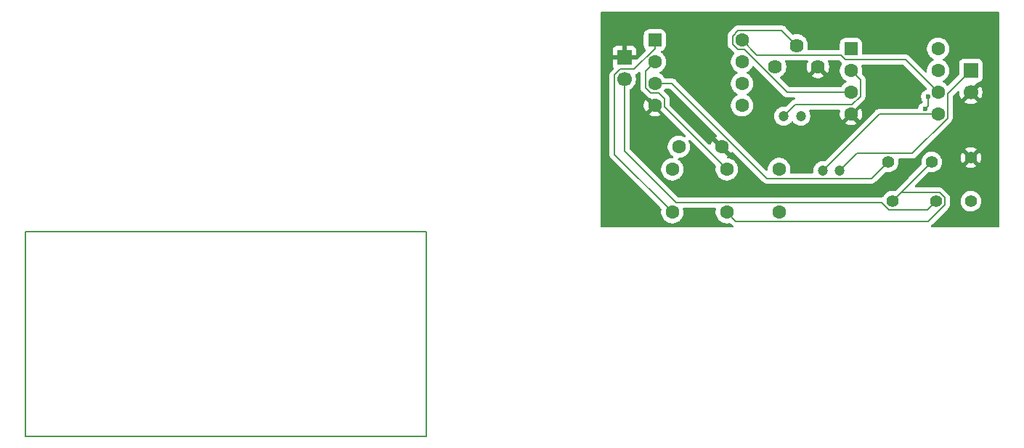
<source format=gbr>
%TF.GenerationSoftware,KiCad,Pcbnew,9.0.6*%
%TF.CreationDate,2025-12-16T12:18:39+05:30*%
%TF.ProjectId,Headphone Amplifier,48656164-7068-46f6-9e65-20416d706c69,rev?*%
%TF.SameCoordinates,Original*%
%TF.FileFunction,Copper,L2,Bot*%
%TF.FilePolarity,Positive*%
%FSLAX46Y46*%
G04 Gerber Fmt 4.6, Leading zero omitted, Abs format (unit mm)*
G04 Created by KiCad (PCBNEW 9.0.6) date 2025-12-16 12:18:39*
%MOMM*%
%LPD*%
G01*
G04 APERTURE LIST*
G04 Aperture macros list*
%AMRoundRect*
0 Rectangle with rounded corners*
0 $1 Rounding radius*
0 $2 $3 $4 $5 $6 $7 $8 $9 X,Y pos of 4 corners*
0 Add a 4 corners polygon primitive as box body*
4,1,4,$2,$3,$4,$5,$6,$7,$8,$9,$2,$3,0*
0 Add four circle primitives for the rounded corners*
1,1,$1+$1,$2,$3*
1,1,$1+$1,$4,$5*
1,1,$1+$1,$6,$7*
1,1,$1+$1,$8,$9*
0 Add four rect primitives between the rounded corners*
20,1,$1+$1,$2,$3,$4,$5,0*
20,1,$1+$1,$4,$5,$6,$7,0*
20,1,$1+$1,$6,$7,$8,$9,0*
20,1,$1+$1,$8,$9,$2,$3,0*%
G04 Aperture macros list end*
%TA.AperFunction,NonConductor*%
%ADD10C,0.200000*%
%TD*%
%TA.AperFunction,ComponentPad*%
%ADD11C,1.600000*%
%TD*%
%TA.AperFunction,ComponentPad*%
%ADD12C,1.400000*%
%TD*%
%TA.AperFunction,ComponentPad*%
%ADD13C,1.200000*%
%TD*%
%TA.AperFunction,ComponentPad*%
%ADD14RoundRect,0.250000X-0.550000X-0.550000X0.550000X-0.550000X0.550000X0.550000X-0.550000X0.550000X0*%
%TD*%
%TA.AperFunction,ComponentPad*%
%ADD15R,1.700000X1.700000*%
%TD*%
%TA.AperFunction,ComponentPad*%
%ADD16C,1.700000*%
%TD*%
%TA.AperFunction,ComponentPad*%
%ADD17C,1.620000*%
%TD*%
%TA.AperFunction,ViaPad*%
%ADD18C,0.600000*%
%TD*%
%TA.AperFunction,Conductor*%
%ADD19C,0.200000*%
%TD*%
G04 APERTURE END LIST*
D10*
X75438000Y-66294000D02*
X122174000Y-66294000D01*
X122174000Y-90170000D01*
X75438000Y-90170000D01*
X75438000Y-66294000D01*
D11*
%TO.P,C2,1*%
%TO.N,Net-(C2-Pad1)*%
X150876000Y-64018000D03*
%TO.P,C2,2*%
%TO.N,Net-(C2-Pad2)*%
X150876000Y-59018000D03*
%TD*%
%TO.P,C1,1*%
%TO.N,Net-(C1-Pad1)*%
X151638000Y-56388000D03*
%TO.P,C1,2*%
%TO.N,GND*%
X156638000Y-56388000D03*
%TD*%
%TO.P,C3,1*%
%TO.N,Net-(C1-Pad1)*%
X157226000Y-64018000D03*
%TO.P,C3,2*%
%TO.N,Net-(U1A--)*%
X157226000Y-59018000D03*
%TD*%
D12*
%TO.P,R3,1*%
%TO.N,Net-(C4-Pad2)*%
X185674000Y-62738000D03*
%TO.P,R3,2*%
%TO.N,GND*%
X185674000Y-57658000D03*
%TD*%
D13*
%TO.P,C6,1*%
%TO.N,Net-(C4-Pad1)*%
X168402000Y-59182000D03*
%TO.P,C6,2*%
%TO.N,Net-(J2-Pin_1)*%
X170402000Y-59182000D03*
%TD*%
%TO.P,C5,1*%
%TO.N,Net-(U2--)*%
X163846000Y-52832000D03*
%TO.P,C5,2*%
%TO.N,Net-(U2-BYPASS)*%
X165846000Y-52832000D03*
%TD*%
D14*
%TO.P,U1,1*%
%TO.N,Net-(C2-Pad1)*%
X148844000Y-43942000D03*
D11*
%TO.P,U1,2,-*%
%TO.N,Net-(U1A--)*%
X148844000Y-46482000D03*
%TO.P,U1,3,+*%
%TO.N,Net-(U1A-+)*%
X148844000Y-49022000D03*
%TO.P,U1,4,V-*%
%TO.N,GND*%
X148844000Y-51562000D03*
%TO.P,U1,5*%
%TO.N,N/C*%
X159004000Y-51562000D03*
%TO.P,U1,6*%
X159004000Y-49022000D03*
%TO.P,U1,7*%
X159004000Y-46482000D03*
%TO.P,U1,8,V+*%
%TO.N,+12V*%
X159004000Y-43942000D03*
%TD*%
D12*
%TO.P,R2,1*%
%TO.N,Net-(C1-Pad1)*%
X181102000Y-58166000D03*
%TO.P,R2,2*%
%TO.N,Net-(U1A-+)*%
X176022000Y-58166000D03*
%TD*%
D15*
%TO.P,J1,1,Pin_1*%
%TO.N,GND*%
X145288000Y-45969000D03*
D16*
%TO.P,J1,2,Pin_2*%
%TO.N,Net-(J1-Pin_2)*%
X145288000Y-48509000D03*
%TD*%
D17*
%TO.P,RV1,1,1*%
%TO.N,Net-(C2-Pad2)*%
X162854000Y-47070000D03*
%TO.P,RV1,2,2*%
%TO.N,Net-(U2-+)*%
X165354000Y-44570000D03*
%TO.P,RV1,3,3*%
%TO.N,GND*%
X167854000Y-47070000D03*
%TD*%
D14*
%TO.P,U2,1,GAIN*%
%TO.N,unconnected-(U2-GAIN-Pad1)*%
X171704000Y-44958000D03*
D11*
%TO.P,U2,2,-*%
%TO.N,Net-(U2--)*%
X171704000Y-47498000D03*
%TO.P,U2,3,+*%
%TO.N,Net-(U2-+)*%
X171704000Y-50038000D03*
%TO.P,U2,4,GND*%
%TO.N,GND*%
X171704000Y-52578000D03*
%TO.P,U2,5*%
%TO.N,Net-(C4-Pad1)*%
X181864000Y-52578000D03*
%TO.P,U2,6,V+*%
%TO.N,+12V*%
X181864000Y-50038000D03*
%TO.P,U2,7,BYPASS*%
%TO.N,Net-(U2-BYPASS)*%
X181864000Y-47498000D03*
%TO.P,U2,8,GAIN*%
%TO.N,unconnected-(U2-GAIN-Pad8)*%
X181864000Y-44958000D03*
%TD*%
D15*
%TO.P,J2,1,Pin_1*%
%TO.N,Net-(J2-Pin_1)*%
X185674000Y-47498000D03*
D16*
%TO.P,J2,2,Pin_2*%
%TO.N,GND*%
X185674000Y-50038000D03*
%TD*%
D12*
%TO.P,R1,1*%
%TO.N,Net-(J1-Pin_2)*%
X181610000Y-62738000D03*
%TO.P,R1,2*%
%TO.N,Net-(C1-Pad1)*%
X176530000Y-62738000D03*
%TD*%
D11*
%TO.P,C4,1*%
%TO.N,Net-(C4-Pad1)*%
X163322000Y-63978000D03*
%TO.P,C4,2*%
%TO.N,Net-(C4-Pad2)*%
X163322000Y-58978000D03*
%TD*%
D18*
%TO.N,Net-(U2-BYPASS)*%
X180664415Y-50539001D03*
X180340000Y-51978000D03*
%TD*%
D19*
%TO.N,Net-(C1-Pad1)*%
X182024628Y-61737000D02*
X182611000Y-62323372D01*
X181102000Y-58166000D02*
X176530000Y-62738000D01*
X182611000Y-62323372D02*
X182611000Y-63152628D01*
X177531000Y-61737000D02*
X182024628Y-61737000D01*
X158287000Y-65079000D02*
X157226000Y-64018000D01*
X176530000Y-62738000D02*
X177531000Y-61737000D01*
X182611000Y-63152628D02*
X180684628Y-65079000D01*
X180684628Y-65079000D02*
X158287000Y-65079000D01*
%TO.N,Net-(C2-Pad1)*%
X148844000Y-44924950D02*
X148844000Y-43942000D01*
X146410950Y-47358000D02*
X148844000Y-44924950D01*
X144137000Y-48032240D02*
X144811240Y-47358000D01*
X150876000Y-64018000D02*
X144137000Y-57279000D01*
X144137000Y-57279000D02*
X144137000Y-48032240D01*
X144811240Y-47358000D02*
X146410950Y-47358000D01*
%TO.N,Net-(U1A--)*%
X149945000Y-51737000D02*
X149945000Y-50767950D01*
X149300050Y-50123000D02*
X148387950Y-50123000D01*
X157226000Y-59018000D02*
X149945000Y-51737000D01*
X149945000Y-50767950D02*
X149300050Y-50123000D01*
X147743000Y-47583000D02*
X148844000Y-46482000D01*
X148387950Y-50123000D02*
X147743000Y-49478050D01*
X147743000Y-49478050D02*
X147743000Y-47583000D01*
%TO.N,Net-(C4-Pad1)*%
X181864000Y-52578000D02*
X175006000Y-52578000D01*
X175006000Y-52578000D02*
X168402000Y-59182000D01*
%TO.N,Net-(U2-BYPASS)*%
X180664415Y-51653585D02*
X180340000Y-51978000D01*
X180664415Y-50539001D02*
X180664415Y-51653585D01*
%TO.N,Net-(U2--)*%
X172805000Y-50494050D02*
X171822050Y-51477000D01*
X171704000Y-47498000D02*
X172805000Y-48599000D01*
X172805000Y-48599000D02*
X172805000Y-50494050D01*
X171822050Y-51477000D02*
X165201000Y-51477000D01*
X165201000Y-51477000D02*
X163846000Y-52832000D01*
%TO.N,Net-(J2-Pin_1)*%
X178834050Y-57165000D02*
X172419000Y-57165000D01*
X182965000Y-50207000D02*
X182965000Y-53034050D01*
X182965000Y-53034050D02*
X178834050Y-57165000D01*
X185674000Y-47498000D02*
X182965000Y-50207000D01*
X172419000Y-57165000D02*
X170402000Y-59182000D01*
%TO.N,Net-(J1-Pin_2)*%
X145288000Y-56872950D02*
X151292050Y-62877000D01*
X180609000Y-63739000D02*
X181610000Y-62738000D01*
X151292050Y-62877000D02*
X175253372Y-62877000D01*
X175253372Y-62877000D02*
X176115372Y-63739000D01*
X176115372Y-63739000D02*
X180609000Y-63739000D01*
X145288000Y-48509000D02*
X145288000Y-56872950D01*
%TO.N,Net-(U1A-+)*%
X150829050Y-49022000D02*
X148844000Y-49022000D01*
X174105000Y-60083000D02*
X161890050Y-60083000D01*
X176022000Y-58166000D02*
X174105000Y-60083000D01*
X161890050Y-60083000D02*
X150829050Y-49022000D01*
%TO.N,Net-(U2-+)*%
X159255808Y-45043000D02*
X164250808Y-50038000D01*
X165354000Y-44570000D02*
X163625000Y-42841000D01*
X164250808Y-50038000D02*
X171704000Y-50038000D01*
X157903000Y-44398050D02*
X158547950Y-45043000D01*
X163625000Y-42841000D02*
X158547950Y-42841000D01*
X157903000Y-43485950D02*
X157903000Y-44398050D01*
X158547950Y-42841000D02*
X157903000Y-43485950D01*
X158547950Y-45043000D02*
X159255808Y-45043000D01*
%TO.N,+12V*%
X159004000Y-43942000D02*
X160743000Y-45681000D01*
X160743000Y-45681000D02*
X170540840Y-45681000D01*
X178054000Y-46228000D02*
X181864000Y-50038000D01*
X170540840Y-45681000D02*
X171087840Y-46228000D01*
X171087840Y-46228000D02*
X178054000Y-46228000D01*
%TD*%
%TA.AperFunction,Conductor*%
%TO.N,GND*%
G36*
X188926539Y-40652185D02*
G01*
X188972294Y-40704989D01*
X188983500Y-40756500D01*
X188983500Y-65669500D01*
X188963815Y-65736539D01*
X188911011Y-65782294D01*
X188859500Y-65793500D01*
X181110852Y-65793500D01*
X181043813Y-65773815D01*
X180998058Y-65721011D01*
X180988114Y-65651853D01*
X181017139Y-65588297D01*
X181025528Y-65579523D01*
X181036159Y-65569440D01*
X181053344Y-65559520D01*
X181165148Y-65447716D01*
X181165149Y-65447713D01*
X182969506Y-63643356D01*
X182969511Y-63643352D01*
X182979714Y-63633148D01*
X182979716Y-63633148D01*
X183091520Y-63521344D01*
X183170577Y-63384412D01*
X183204320Y-63258480D01*
X183211500Y-63231686D01*
X183211500Y-63073571D01*
X183211500Y-62643513D01*
X184473500Y-62643513D01*
X184473500Y-62832486D01*
X184503059Y-63019118D01*
X184561454Y-63198836D01*
X184647240Y-63367199D01*
X184758310Y-63520073D01*
X184891927Y-63653690D01*
X185044801Y-63764760D01*
X185124347Y-63805290D01*
X185213163Y-63850545D01*
X185213165Y-63850545D01*
X185213168Y-63850547D01*
X185309497Y-63881846D01*
X185392881Y-63908940D01*
X185579514Y-63938500D01*
X185579519Y-63938500D01*
X185768486Y-63938500D01*
X185955118Y-63908940D01*
X186134832Y-63850547D01*
X186303199Y-63764760D01*
X186456073Y-63653690D01*
X186589690Y-63520073D01*
X186700760Y-63367199D01*
X186786547Y-63198832D01*
X186844940Y-63019118D01*
X186848744Y-62995102D01*
X186874500Y-62832486D01*
X186874500Y-62643513D01*
X186844940Y-62456881D01*
X186806150Y-62337500D01*
X186786547Y-62277168D01*
X186786545Y-62277165D01*
X186786545Y-62277163D01*
X186700759Y-62108800D01*
X186688253Y-62091587D01*
X186589690Y-61955927D01*
X186456073Y-61822310D01*
X186303199Y-61711240D01*
X186134836Y-61625454D01*
X185955118Y-61567059D01*
X185768486Y-61537500D01*
X185768481Y-61537500D01*
X185579519Y-61537500D01*
X185579514Y-61537500D01*
X185392881Y-61567059D01*
X185213163Y-61625454D01*
X185044800Y-61711240D01*
X184957579Y-61774610D01*
X184891927Y-61822310D01*
X184891925Y-61822312D01*
X184891924Y-61822312D01*
X184758312Y-61955924D01*
X184758312Y-61955925D01*
X184758310Y-61955927D01*
X184710610Y-62021579D01*
X184647240Y-62108800D01*
X184561454Y-62277163D01*
X184503059Y-62456881D01*
X184473500Y-62643513D01*
X183211500Y-62643513D01*
X183211500Y-62244315D01*
X183210392Y-62240181D01*
X183204999Y-62220051D01*
X183204321Y-62217520D01*
X183170577Y-62091587D01*
X183141639Y-62041467D01*
X183091520Y-61954656D01*
X182979716Y-61842852D01*
X182979715Y-61842851D01*
X182975385Y-61838521D01*
X182975374Y-61838511D01*
X182512218Y-61375355D01*
X182512216Y-61375352D01*
X182393344Y-61256480D01*
X182393342Y-61256479D01*
X182393340Y-61256478D01*
X182306532Y-61206360D01*
X182306532Y-61206359D01*
X182306528Y-61206358D01*
X182256413Y-61177423D01*
X182103685Y-61136499D01*
X181945571Y-61136499D01*
X181937975Y-61136499D01*
X181937959Y-61136500D01*
X179280097Y-61136500D01*
X179213058Y-61116815D01*
X179167303Y-61064011D01*
X179157359Y-60994853D01*
X179186384Y-60931297D01*
X179192416Y-60924819D01*
X179553716Y-60563519D01*
X180741169Y-59376064D01*
X180802490Y-59342581D01*
X180848246Y-59341274D01*
X181007514Y-59366500D01*
X181007519Y-59366500D01*
X181196486Y-59366500D01*
X181383118Y-59336940D01*
X181413753Y-59326986D01*
X181562832Y-59278547D01*
X181731199Y-59192760D01*
X181884073Y-59081690D01*
X182017690Y-58948073D01*
X182128760Y-58795199D01*
X182194650Y-58665882D01*
X185019669Y-58665882D01*
X185019670Y-58665883D01*
X185045059Y-58684329D01*
X185213362Y-58770085D01*
X185392997Y-58828451D01*
X185579553Y-58858000D01*
X185768447Y-58858000D01*
X185955002Y-58828451D01*
X186134637Y-58770085D01*
X186302937Y-58684331D01*
X186328328Y-58665883D01*
X186328328Y-58665882D01*
X185674001Y-58011554D01*
X185674000Y-58011554D01*
X185019669Y-58665882D01*
X182194650Y-58665882D01*
X182214547Y-58626832D01*
X182272940Y-58447118D01*
X182302500Y-58260486D01*
X182302500Y-58071513D01*
X182272940Y-57884881D01*
X182236516Y-57772781D01*
X182214547Y-57705168D01*
X182214545Y-57705165D01*
X182214544Y-57705160D01*
X182168596Y-57614982D01*
X182168595Y-57614981D01*
X182142390Y-57563552D01*
X184474000Y-57563552D01*
X184474000Y-57752447D01*
X184503548Y-57939002D01*
X184561914Y-58118637D01*
X184647666Y-58286933D01*
X184666116Y-58312328D01*
X185320446Y-57658000D01*
X185320446Y-57657999D01*
X185274369Y-57611922D01*
X185324000Y-57611922D01*
X185324000Y-57704078D01*
X185347852Y-57793095D01*
X185393930Y-57872905D01*
X185459095Y-57938070D01*
X185538905Y-57984148D01*
X185627922Y-58008000D01*
X185720078Y-58008000D01*
X185809095Y-57984148D01*
X185888905Y-57938070D01*
X185954070Y-57872905D01*
X186000148Y-57793095D01*
X186024000Y-57704078D01*
X186024000Y-57657999D01*
X186027554Y-57657999D01*
X186027554Y-57658000D01*
X186681882Y-58312328D01*
X186681883Y-58312328D01*
X186700331Y-58286937D01*
X186786085Y-58118637D01*
X186844451Y-57939002D01*
X186874000Y-57752447D01*
X186874000Y-57563552D01*
X186844451Y-57376997D01*
X186786085Y-57197362D01*
X186700329Y-57029059D01*
X186681883Y-57003670D01*
X186681882Y-57003669D01*
X186027554Y-57657999D01*
X186024000Y-57657999D01*
X186024000Y-57611922D01*
X186000148Y-57522905D01*
X185954070Y-57443095D01*
X185888905Y-57377930D01*
X185809095Y-57331852D01*
X185720078Y-57308000D01*
X185627922Y-57308000D01*
X185538905Y-57331852D01*
X185459095Y-57377930D01*
X185393930Y-57443095D01*
X185347852Y-57522905D01*
X185324000Y-57611922D01*
X185274369Y-57611922D01*
X184666116Y-57003669D01*
X184666116Y-57003670D01*
X184647669Y-57029060D01*
X184561914Y-57197362D01*
X184503548Y-57376997D01*
X184474000Y-57563552D01*
X182142390Y-57563552D01*
X182128760Y-57536801D01*
X182017690Y-57383927D01*
X181884073Y-57250310D01*
X181731199Y-57139240D01*
X181681508Y-57113921D01*
X181562836Y-57053454D01*
X181383118Y-56995059D01*
X181196486Y-56965500D01*
X181196481Y-56965500D01*
X181007519Y-56965500D01*
X181007514Y-56965500D01*
X180820881Y-56995059D01*
X180641163Y-57053454D01*
X180472800Y-57139240D01*
X180399729Y-57192330D01*
X180319927Y-57250310D01*
X180319925Y-57250312D01*
X180319924Y-57250312D01*
X180186312Y-57383924D01*
X180186312Y-57383925D01*
X180186310Y-57383927D01*
X180143322Y-57443095D01*
X180075240Y-57536800D01*
X179989454Y-57705163D01*
X179931059Y-57884881D01*
X179901500Y-58071513D01*
X179901500Y-58260486D01*
X179926725Y-58419751D01*
X179917770Y-58489045D01*
X179891933Y-58526830D01*
X178408798Y-60009966D01*
X177162286Y-61256478D01*
X177162284Y-61256480D01*
X177050480Y-61368284D01*
X176890829Y-61527934D01*
X176829506Y-61561418D01*
X176783750Y-61562725D01*
X176624486Y-61537500D01*
X176624481Y-61537500D01*
X176435519Y-61537500D01*
X176435514Y-61537500D01*
X176248881Y-61567059D01*
X176069163Y-61625454D01*
X175900800Y-61711240D01*
X175813579Y-61774610D01*
X175747927Y-61822310D01*
X175747925Y-61822312D01*
X175747924Y-61822312D01*
X175614312Y-61955924D01*
X175614312Y-61955925D01*
X175614310Y-61955927D01*
X175566610Y-62021579D01*
X175503240Y-62108800D01*
X175452213Y-62208948D01*
X175441726Y-62220051D01*
X175435370Y-62233938D01*
X175418225Y-62244935D01*
X175404239Y-62259744D01*
X175388520Y-62263988D01*
X175376559Y-62271661D01*
X175353522Y-62273438D01*
X175341620Y-62276653D01*
X175332975Y-62276645D01*
X175332429Y-62276499D01*
X175174315Y-62276499D01*
X175174311Y-62276500D01*
X151592147Y-62276500D01*
X151525108Y-62256815D01*
X151504466Y-62240181D01*
X145924819Y-56660534D01*
X145891334Y-56599211D01*
X145888500Y-56572853D01*
X145888500Y-49794718D01*
X145908185Y-49727679D01*
X145956207Y-49684233D01*
X145995815Y-49664052D01*
X145995815Y-49664051D01*
X145995816Y-49664051D01*
X146143013Y-49557107D01*
X146167786Y-49539109D01*
X146167788Y-49539106D01*
X146167792Y-49539104D01*
X146318104Y-49388792D01*
X146318106Y-49388788D01*
X146318109Y-49388786D01*
X146443048Y-49216820D01*
X146443047Y-49216820D01*
X146443051Y-49216816D01*
X146539557Y-49027412D01*
X146605246Y-48825243D01*
X146638500Y-48615287D01*
X146638500Y-48402713D01*
X146605246Y-48192757D01*
X146566307Y-48072918D01*
X146565383Y-48040563D01*
X146563068Y-48008267D01*
X146564391Y-48005841D01*
X146564313Y-48003079D01*
X146581030Y-47975355D01*
X146596541Y-47946937D01*
X146599265Y-47945116D01*
X146600393Y-47943246D01*
X146624791Y-47925781D01*
X146636991Y-47919116D01*
X146642735Y-47917577D01*
X146692854Y-47888639D01*
X146779666Y-47838520D01*
X146891470Y-47726716D01*
X146891471Y-47726713D01*
X146930822Y-47687361D01*
X146992144Y-47653879D01*
X147061836Y-47658865D01*
X147117768Y-47700737D01*
X147142184Y-47766202D01*
X147142500Y-47775046D01*
X147142500Y-49391380D01*
X147142499Y-49391398D01*
X147142499Y-49557104D01*
X147142498Y-49557104D01*
X147142499Y-49557107D01*
X147176489Y-49683958D01*
X147183424Y-49709837D01*
X147193032Y-49726478D01*
X147193033Y-49726480D01*
X147262477Y-49846762D01*
X147262481Y-49846767D01*
X147381349Y-49965635D01*
X147381355Y-49965640D01*
X147903089Y-50487374D01*
X147903099Y-50487385D01*
X147907429Y-50491715D01*
X147907430Y-50491716D01*
X148019234Y-50603520D01*
X148044050Y-50617847D01*
X148106045Y-50653639D01*
X148106047Y-50653641D01*
X148144101Y-50675611D01*
X148156165Y-50682577D01*
X148308893Y-50723501D01*
X148308895Y-50723501D01*
X148316953Y-50724562D01*
X148316742Y-50726158D01*
X148374731Y-50743186D01*
X148395373Y-50759820D01*
X148797554Y-51162000D01*
X148791339Y-51162000D01*
X148689606Y-51189259D01*
X148598394Y-51241920D01*
X148523920Y-51316394D01*
X148471259Y-51407606D01*
X148444000Y-51509339D01*
X148444000Y-51515553D01*
X147764524Y-50836077D01*
X147764523Y-50836077D01*
X147732143Y-50880644D01*
X147639244Y-51062968D01*
X147576009Y-51257582D01*
X147544000Y-51459682D01*
X147544000Y-51664317D01*
X147576009Y-51866417D01*
X147639244Y-52061031D01*
X147732141Y-52243350D01*
X147732147Y-52243359D01*
X147764523Y-52287921D01*
X147764524Y-52287922D01*
X148444000Y-51608446D01*
X148444000Y-51614661D01*
X148471259Y-51716394D01*
X148523920Y-51807606D01*
X148598394Y-51882080D01*
X148689606Y-51934741D01*
X148791339Y-51962000D01*
X148797553Y-51962000D01*
X148118076Y-52641474D01*
X148162650Y-52673859D01*
X148344968Y-52766755D01*
X148539582Y-52829990D01*
X148741683Y-52862000D01*
X148946317Y-52862000D01*
X149148417Y-52829990D01*
X149343031Y-52766755D01*
X149525349Y-52673859D01*
X149569921Y-52641474D01*
X148890447Y-51962000D01*
X148896661Y-51962000D01*
X148998394Y-51934741D01*
X149089606Y-51882080D01*
X149164080Y-51807606D01*
X149216741Y-51716394D01*
X149244000Y-51614661D01*
X149244000Y-51608446D01*
X149308180Y-51672626D01*
X149341665Y-51733949D01*
X149344499Y-51760307D01*
X149344499Y-51816054D01*
X149344498Y-51816054D01*
X149383604Y-51962000D01*
X149385423Y-51968785D01*
X149414082Y-52018423D01*
X149459555Y-52097185D01*
X149464479Y-52105714D01*
X149464481Y-52105717D01*
X149583349Y-52224585D01*
X149583355Y-52224590D01*
X152407978Y-55049213D01*
X152441463Y-55110536D01*
X152436479Y-55180228D01*
X152394607Y-55236161D01*
X152329143Y-55260578D01*
X152264002Y-55247379D01*
X152137223Y-55182781D01*
X151942534Y-55119522D01*
X151767995Y-55091878D01*
X151740352Y-55087500D01*
X151535648Y-55087500D01*
X151511329Y-55091351D01*
X151333465Y-55119522D01*
X151138776Y-55182781D01*
X150956386Y-55275715D01*
X150790786Y-55396028D01*
X150646028Y-55540786D01*
X150525715Y-55706386D01*
X150432781Y-55888776D01*
X150369522Y-56083465D01*
X150337500Y-56285648D01*
X150337500Y-56490352D01*
X150341878Y-56517995D01*
X150369522Y-56692534D01*
X150432781Y-56887223D01*
X150525715Y-57069613D01*
X150646028Y-57235213D01*
X150646034Y-57235219D01*
X150790781Y-57379966D01*
X150946610Y-57493182D01*
X150989276Y-57548511D01*
X150995255Y-57618125D01*
X150962650Y-57679920D01*
X150901811Y-57714277D01*
X150873725Y-57717500D01*
X150773648Y-57717500D01*
X150749329Y-57721351D01*
X150571465Y-57749522D01*
X150376776Y-57812781D01*
X150194386Y-57905715D01*
X150028786Y-58026028D01*
X149884028Y-58170786D01*
X149763715Y-58336386D01*
X149670781Y-58518776D01*
X149607522Y-58713465D01*
X149575500Y-58915648D01*
X149575500Y-59120351D01*
X149607522Y-59322534D01*
X149670781Y-59517223D01*
X149763715Y-59699613D01*
X149884028Y-59865213D01*
X150028786Y-60009971D01*
X150183749Y-60122556D01*
X150194390Y-60130287D01*
X150310607Y-60189503D01*
X150376776Y-60223218D01*
X150376778Y-60223218D01*
X150376781Y-60223220D01*
X150481137Y-60257127D01*
X150571465Y-60286477D01*
X150672557Y-60302488D01*
X150773648Y-60318500D01*
X150773649Y-60318500D01*
X150978351Y-60318500D01*
X150978352Y-60318500D01*
X151180534Y-60286477D01*
X151375219Y-60223220D01*
X151557610Y-60130287D01*
X151650590Y-60062732D01*
X151723213Y-60009971D01*
X151723215Y-60009968D01*
X151723219Y-60009966D01*
X151867966Y-59865219D01*
X151867968Y-59865215D01*
X151867971Y-59865213D01*
X151920732Y-59792590D01*
X151988287Y-59699610D01*
X152081220Y-59517219D01*
X152144477Y-59322534D01*
X152176500Y-59120352D01*
X152176500Y-58915648D01*
X152162689Y-58828451D01*
X152144477Y-58713465D01*
X152081218Y-58518776D01*
X152044706Y-58447118D01*
X151988287Y-58336390D01*
X151952355Y-58286933D01*
X151867971Y-58170786D01*
X151723219Y-58026034D01*
X151665567Y-57984148D01*
X151567389Y-57912817D01*
X151524724Y-57857489D01*
X151518745Y-57787875D01*
X151551350Y-57726080D01*
X151612189Y-57691723D01*
X151640275Y-57688500D01*
X151740351Y-57688500D01*
X151740352Y-57688500D01*
X151942534Y-57656477D01*
X152137219Y-57593220D01*
X152319610Y-57500287D01*
X152412590Y-57432732D01*
X152485213Y-57379971D01*
X152485215Y-57379968D01*
X152485219Y-57379966D01*
X152629966Y-57235219D01*
X152629968Y-57235215D01*
X152629971Y-57235213D01*
X152718093Y-57113921D01*
X152750287Y-57069610D01*
X152843220Y-56887219D01*
X152906477Y-56692534D01*
X152938500Y-56490352D01*
X152938500Y-56285648D01*
X152916856Y-56148997D01*
X152906477Y-56083465D01*
X152843218Y-55888776D01*
X152778620Y-55761997D01*
X152765724Y-55693328D01*
X152792000Y-55628587D01*
X152849106Y-55588330D01*
X152918912Y-55585338D01*
X152976786Y-55618021D01*
X155931922Y-58573157D01*
X155965407Y-58634480D01*
X155962173Y-58699155D01*
X155957522Y-58713468D01*
X155925500Y-58915648D01*
X155925500Y-59120351D01*
X155957522Y-59322534D01*
X156020781Y-59517223D01*
X156113715Y-59699613D01*
X156234028Y-59865213D01*
X156378786Y-60009971D01*
X156533749Y-60122556D01*
X156544390Y-60130287D01*
X156660607Y-60189503D01*
X156726776Y-60223218D01*
X156726778Y-60223218D01*
X156726781Y-60223220D01*
X156831137Y-60257127D01*
X156921465Y-60286477D01*
X157022557Y-60302488D01*
X157123648Y-60318500D01*
X157123649Y-60318500D01*
X157328351Y-60318500D01*
X157328352Y-60318500D01*
X157530534Y-60286477D01*
X157725219Y-60223220D01*
X157907610Y-60130287D01*
X158000590Y-60062732D01*
X158073213Y-60009971D01*
X158073215Y-60009968D01*
X158073219Y-60009966D01*
X158217966Y-59865219D01*
X158217968Y-59865215D01*
X158217971Y-59865213D01*
X158270732Y-59792590D01*
X158338287Y-59699610D01*
X158431220Y-59517219D01*
X158494477Y-59322534D01*
X158526500Y-59120352D01*
X158526500Y-58915648D01*
X158512689Y-58828451D01*
X158494477Y-58713465D01*
X158431218Y-58518776D01*
X158394706Y-58447118D01*
X158338287Y-58336390D01*
X158302355Y-58286933D01*
X158217971Y-58170786D01*
X158073213Y-58026028D01*
X157907613Y-57905715D01*
X157907612Y-57905714D01*
X157907610Y-57905713D01*
X157829106Y-57865713D01*
X157725223Y-57812781D01*
X157530534Y-57749522D01*
X157370695Y-57724206D01*
X157307560Y-57694276D01*
X157270629Y-57634965D01*
X157271627Y-57565102D01*
X157310237Y-57506870D01*
X157317207Y-57501415D01*
X157363921Y-57467474D01*
X156684446Y-56788000D01*
X156690661Y-56788000D01*
X156792394Y-56760741D01*
X156883606Y-56708080D01*
X156958080Y-56633606D01*
X157010741Y-56542394D01*
X157038000Y-56440661D01*
X157038000Y-56434446D01*
X157717474Y-57113921D01*
X157749859Y-57069349D01*
X157765975Y-57037718D01*
X157813948Y-56986921D01*
X157881768Y-56970123D01*
X157947904Y-56992658D01*
X157964143Y-57006328D01*
X161405189Y-60447374D01*
X161405199Y-60447385D01*
X161409529Y-60451715D01*
X161409530Y-60451716D01*
X161521334Y-60563520D01*
X161608145Y-60613639D01*
X161608147Y-60613641D01*
X161658263Y-60642576D01*
X161658265Y-60642577D01*
X161810992Y-60683500D01*
X161810993Y-60683500D01*
X174018331Y-60683500D01*
X174018347Y-60683501D01*
X174025943Y-60683501D01*
X174184054Y-60683501D01*
X174184057Y-60683501D01*
X174336785Y-60642577D01*
X174386904Y-60613639D01*
X174473716Y-60563520D01*
X174585520Y-60451716D01*
X174585520Y-60451714D01*
X174595728Y-60441507D01*
X174595730Y-60441504D01*
X175661169Y-59376064D01*
X175722490Y-59342581D01*
X175768246Y-59341274D01*
X175927514Y-59366500D01*
X175927519Y-59366500D01*
X176116486Y-59366500D01*
X176303118Y-59336940D01*
X176333753Y-59326986D01*
X176482832Y-59278547D01*
X176651199Y-59192760D01*
X176804073Y-59081690D01*
X176937690Y-58948073D01*
X177048760Y-58795199D01*
X177131396Y-58633014D01*
X177134545Y-58626836D01*
X177134545Y-58626835D01*
X177134547Y-58626832D01*
X177192940Y-58447118D01*
X177222500Y-58260486D01*
X177222500Y-58071513D01*
X177196744Y-57908898D01*
X177205699Y-57839605D01*
X177250695Y-57786153D01*
X177317446Y-57765513D01*
X177319217Y-57765500D01*
X178747381Y-57765500D01*
X178747397Y-57765501D01*
X178754993Y-57765501D01*
X178913104Y-57765501D01*
X178913107Y-57765501D01*
X179065835Y-57724577D01*
X179133551Y-57685481D01*
X179202766Y-57645520D01*
X179314570Y-57533716D01*
X179314570Y-57533714D01*
X179324774Y-57523511D01*
X179324777Y-57523506D01*
X180198168Y-56650116D01*
X185019669Y-56650116D01*
X185674000Y-57304446D01*
X185674001Y-57304446D01*
X186328328Y-56650116D01*
X186302933Y-56631666D01*
X186134637Y-56545914D01*
X185955002Y-56487548D01*
X185768447Y-56458000D01*
X185579553Y-56458000D01*
X185392997Y-56487548D01*
X185213362Y-56545914D01*
X185045060Y-56631669D01*
X185019670Y-56650116D01*
X185019669Y-56650116D01*
X180198168Y-56650116D01*
X183445520Y-53402766D01*
X183524577Y-53265834D01*
X183565501Y-53113107D01*
X183565501Y-52954992D01*
X183565501Y-52947397D01*
X183565500Y-52947379D01*
X183565500Y-50507096D01*
X183585185Y-50440057D01*
X183601814Y-50419420D01*
X184112320Y-49908914D01*
X184173642Y-49875430D01*
X184243334Y-49880414D01*
X184299267Y-49922286D01*
X184323684Y-49987750D01*
X184324000Y-49996596D01*
X184324000Y-50144246D01*
X184357242Y-50354127D01*
X184357242Y-50354130D01*
X184422904Y-50556217D01*
X184519375Y-50745550D01*
X184558728Y-50799716D01*
X185191037Y-50167408D01*
X185208075Y-50230993D01*
X185273901Y-50345007D01*
X185366993Y-50438099D01*
X185481007Y-50503925D01*
X185544590Y-50520962D01*
X184912282Y-51153269D01*
X184912282Y-51153270D01*
X184966449Y-51192624D01*
X185155782Y-51289095D01*
X185357870Y-51354757D01*
X185567754Y-51388000D01*
X185780246Y-51388000D01*
X185990127Y-51354757D01*
X185990130Y-51354757D01*
X186192217Y-51289095D01*
X186381554Y-51192622D01*
X186435716Y-51153270D01*
X186435717Y-51153270D01*
X185803408Y-50520962D01*
X185866993Y-50503925D01*
X185981007Y-50438099D01*
X186074099Y-50345007D01*
X186139925Y-50230993D01*
X186156962Y-50167408D01*
X186789270Y-50799717D01*
X186789270Y-50799716D01*
X186828622Y-50745554D01*
X186925095Y-50556217D01*
X186990757Y-50354130D01*
X186990757Y-50354127D01*
X187024000Y-50144246D01*
X187024000Y-49931753D01*
X186990757Y-49721872D01*
X186990757Y-49721869D01*
X186925095Y-49519782D01*
X186828624Y-49330449D01*
X186789270Y-49276282D01*
X186789269Y-49276282D01*
X186156962Y-49908590D01*
X186139925Y-49845007D01*
X186074099Y-49730993D01*
X185981007Y-49637901D01*
X185866993Y-49572075D01*
X185803408Y-49555037D01*
X186473627Y-48884818D01*
X186534950Y-48851333D01*
X186561308Y-48848499D01*
X186571871Y-48848499D01*
X186571872Y-48848499D01*
X186631483Y-48842091D01*
X186766331Y-48791796D01*
X186881546Y-48705546D01*
X186967796Y-48590331D01*
X187018091Y-48455483D01*
X187024500Y-48395873D01*
X187024499Y-46600128D01*
X187018091Y-46540517D01*
X187005227Y-46506028D01*
X186967797Y-46405671D01*
X186967793Y-46405664D01*
X186881547Y-46290455D01*
X186881544Y-46290452D01*
X186766335Y-46204206D01*
X186766328Y-46204202D01*
X186631482Y-46153908D01*
X186631483Y-46153908D01*
X186571883Y-46147501D01*
X186571881Y-46147500D01*
X186571873Y-46147500D01*
X186571864Y-46147500D01*
X184776129Y-46147500D01*
X184776123Y-46147501D01*
X184716516Y-46153908D01*
X184581671Y-46204202D01*
X184581664Y-46204206D01*
X184466455Y-46290452D01*
X184466452Y-46290455D01*
X184380206Y-46405664D01*
X184380202Y-46405671D01*
X184329908Y-46540517D01*
X184325196Y-46584351D01*
X184323501Y-46600123D01*
X184323500Y-46600135D01*
X184323500Y-47947901D01*
X184303815Y-48014940D01*
X184287181Y-48035582D01*
X183074777Y-49247985D01*
X183013454Y-49281470D01*
X182943762Y-49276486D01*
X182887829Y-49234614D01*
X182886778Y-49233189D01*
X182855971Y-49190787D01*
X182855967Y-49190782D01*
X182711213Y-49046028D01*
X182545614Y-48925715D01*
X182533707Y-48919648D01*
X182452917Y-48878483D01*
X182402123Y-48830511D01*
X182385328Y-48762690D01*
X182407865Y-48696555D01*
X182452917Y-48657516D01*
X182545610Y-48610287D01*
X182573081Y-48590328D01*
X182711213Y-48489971D01*
X182711215Y-48489968D01*
X182711219Y-48489966D01*
X182855966Y-48345219D01*
X182855968Y-48345215D01*
X182855971Y-48345213D01*
X182939470Y-48230284D01*
X182976287Y-48179610D01*
X183069220Y-47997219D01*
X183132477Y-47802534D01*
X183164500Y-47600352D01*
X183164500Y-47395648D01*
X183143006Y-47259941D01*
X183132477Y-47193465D01*
X183089464Y-47061086D01*
X183069220Y-46998781D01*
X183069218Y-46998778D01*
X183069218Y-46998776D01*
X183007414Y-46877480D01*
X182976287Y-46816390D01*
X182941468Y-46768465D01*
X182855971Y-46650786D01*
X182711213Y-46506028D01*
X182545614Y-46385715D01*
X182483348Y-46353989D01*
X182452917Y-46338483D01*
X182402123Y-46290511D01*
X182385328Y-46222690D01*
X182407865Y-46156555D01*
X182452917Y-46117516D01*
X182545610Y-46070287D01*
X182666060Y-45982776D01*
X182711213Y-45949971D01*
X182711215Y-45949968D01*
X182711219Y-45949966D01*
X182855966Y-45805219D01*
X182855968Y-45805215D01*
X182855971Y-45805213D01*
X182918607Y-45719000D01*
X182976287Y-45639610D01*
X183069220Y-45457219D01*
X183132477Y-45262534D01*
X183164500Y-45060352D01*
X183164500Y-44855648D01*
X183149637Y-44761809D01*
X183132477Y-44653465D01*
X183075174Y-44477107D01*
X183069220Y-44458781D01*
X183069218Y-44458778D01*
X183069218Y-44458776D01*
X183017865Y-44357991D01*
X182976287Y-44276390D01*
X182954593Y-44246530D01*
X182855971Y-44110786D01*
X182711213Y-43966028D01*
X182545613Y-43845715D01*
X182545612Y-43845714D01*
X182545610Y-43845713D01*
X182485898Y-43815288D01*
X182363223Y-43752781D01*
X182168534Y-43689522D01*
X181993995Y-43661878D01*
X181966352Y-43657500D01*
X181761648Y-43657500D01*
X181737329Y-43661351D01*
X181559465Y-43689522D01*
X181364776Y-43752781D01*
X181182386Y-43845715D01*
X181016786Y-43966028D01*
X180872028Y-44110786D01*
X180751715Y-44276386D01*
X180658781Y-44458776D01*
X180595522Y-44653465D01*
X180570519Y-44811331D01*
X180563500Y-44855648D01*
X180563500Y-45060352D01*
X180564916Y-45069294D01*
X180595522Y-45262534D01*
X180658781Y-45457223D01*
X180710135Y-45558009D01*
X180749252Y-45634781D01*
X180751715Y-45639613D01*
X180872028Y-45805213D01*
X181016786Y-45949971D01*
X181171749Y-46062556D01*
X181182390Y-46070287D01*
X181273840Y-46116883D01*
X181275080Y-46117515D01*
X181325876Y-46165490D01*
X181342671Y-46233311D01*
X181320134Y-46299446D01*
X181275080Y-46338485D01*
X181182386Y-46385715D01*
X181016786Y-46506028D01*
X180872028Y-46650786D01*
X180751715Y-46816386D01*
X180658781Y-46998776D01*
X180595522Y-47193465D01*
X180563500Y-47395648D01*
X180563500Y-47588902D01*
X180543815Y-47655941D01*
X180491011Y-47701696D01*
X180421853Y-47711640D01*
X180358297Y-47682615D01*
X180351819Y-47676583D01*
X178541590Y-45866355D01*
X178541588Y-45866352D01*
X178422717Y-45747481D01*
X178422716Y-45747480D01*
X178312742Y-45683987D01*
X178312741Y-45683986D01*
X178285783Y-45668422D01*
X178229881Y-45653443D01*
X178133057Y-45627499D01*
X177974943Y-45627499D01*
X177967347Y-45627499D01*
X177967331Y-45627500D01*
X173128500Y-45627500D01*
X173061461Y-45607815D01*
X173015706Y-45555011D01*
X173004500Y-45503500D01*
X173004499Y-44357998D01*
X173004498Y-44357981D01*
X172993999Y-44255203D01*
X172993998Y-44255200D01*
X172966081Y-44170952D01*
X172938814Y-44088666D01*
X172846712Y-43939344D01*
X172722656Y-43815288D01*
X172573334Y-43723186D01*
X172406797Y-43668001D01*
X172406795Y-43668000D01*
X172304010Y-43657500D01*
X171103998Y-43657500D01*
X171103981Y-43657501D01*
X171001203Y-43668000D01*
X171001200Y-43668001D01*
X170834668Y-43723185D01*
X170834663Y-43723187D01*
X170685342Y-43815289D01*
X170561289Y-43939342D01*
X170469187Y-44088663D01*
X170469186Y-44088666D01*
X170414001Y-44255203D01*
X170414001Y-44255204D01*
X170414000Y-44255204D01*
X170403500Y-44357983D01*
X170403500Y-44357991D01*
X170403500Y-44675649D01*
X170403501Y-44956500D01*
X170383817Y-45023539D01*
X170331013Y-45069294D01*
X170279501Y-45080500D01*
X166736741Y-45080500D01*
X166669702Y-45060815D01*
X166623947Y-45008011D01*
X166614003Y-44938853D01*
X166618810Y-44918181D01*
X166632231Y-44876876D01*
X166664500Y-44673138D01*
X166664500Y-44466861D01*
X166651826Y-44386842D01*
X166632231Y-44263124D01*
X166632230Y-44263120D01*
X166632230Y-44263119D01*
X166568489Y-44066945D01*
X166474839Y-43883147D01*
X166447643Y-43845715D01*
X166353593Y-43716267D01*
X166207733Y-43570407D01*
X166040852Y-43449160D01*
X165857054Y-43355510D01*
X165660879Y-43291769D01*
X165508073Y-43267567D01*
X165457139Y-43259500D01*
X165250861Y-43259500D01*
X165226355Y-43263381D01*
X165047123Y-43291768D01*
X165027214Y-43298237D01*
X164957373Y-43300229D01*
X164901220Y-43267985D01*
X164112590Y-42479355D01*
X164112588Y-42479352D01*
X163993717Y-42360481D01*
X163993716Y-42360480D01*
X163906904Y-42310360D01*
X163906904Y-42310359D01*
X163906900Y-42310358D01*
X163856785Y-42281423D01*
X163704057Y-42240499D01*
X163545943Y-42240499D01*
X163538347Y-42240499D01*
X163538331Y-42240500D01*
X158634619Y-42240500D01*
X158634603Y-42240499D01*
X158627007Y-42240499D01*
X158468893Y-42240499D01*
X158361537Y-42269265D01*
X158316160Y-42281424D01*
X158316159Y-42281425D01*
X158266046Y-42310359D01*
X158266045Y-42310360D01*
X158222639Y-42335420D01*
X158179235Y-42360479D01*
X158179232Y-42360481D01*
X157422481Y-43117232D01*
X157422479Y-43117235D01*
X157372361Y-43204044D01*
X157372359Y-43204046D01*
X157343425Y-43254159D01*
X157343424Y-43254160D01*
X157343423Y-43254165D01*
X157302499Y-43406893D01*
X157302499Y-43406895D01*
X157302499Y-43574996D01*
X157302500Y-43575009D01*
X157302500Y-44311380D01*
X157302499Y-44311398D01*
X157302499Y-44477104D01*
X157302498Y-44477104D01*
X157343423Y-44629835D01*
X157354521Y-44649057D01*
X157422477Y-44766762D01*
X157422481Y-44766767D01*
X157541349Y-44885635D01*
X157541355Y-44885640D01*
X158063513Y-45407798D01*
X158063760Y-45408046D01*
X158065665Y-45411553D01*
X158070667Y-45415672D01*
X158070677Y-45415684D01*
X158068772Y-45417270D01*
X158080498Y-45438849D01*
X158097067Y-45469192D01*
X158097057Y-45469322D01*
X158097120Y-45469437D01*
X158094569Y-45504112D01*
X158092083Y-45538884D01*
X158092003Y-45539008D01*
X158091995Y-45539119D01*
X158091560Y-45539696D01*
X158063583Y-45583230D01*
X158012036Y-45634777D01*
X158012030Y-45634784D01*
X157891715Y-45800386D01*
X157798781Y-45982776D01*
X157735522Y-46177465D01*
X157703500Y-46379648D01*
X157703500Y-46584351D01*
X157735522Y-46786534D01*
X157798781Y-46981223D01*
X157891715Y-47163613D01*
X158012028Y-47329213D01*
X158156786Y-47473971D01*
X158292909Y-47572868D01*
X158322390Y-47594287D01*
X158413840Y-47640883D01*
X158415080Y-47641515D01*
X158465876Y-47689490D01*
X158482671Y-47757311D01*
X158460134Y-47823446D01*
X158415080Y-47862485D01*
X158322386Y-47909715D01*
X158156786Y-48030028D01*
X158012028Y-48174786D01*
X157891715Y-48340386D01*
X157798781Y-48522776D01*
X157735522Y-48717465D01*
X157703500Y-48919648D01*
X157703500Y-49124351D01*
X157735522Y-49326534D01*
X157798781Y-49521223D01*
X157859001Y-49639409D01*
X157878654Y-49677981D01*
X157891715Y-49703613D01*
X158012028Y-49869213D01*
X158156786Y-50013971D01*
X158311749Y-50126556D01*
X158322390Y-50134287D01*
X158413840Y-50180883D01*
X158415080Y-50181515D01*
X158465876Y-50229490D01*
X158482671Y-50297311D01*
X158460134Y-50363446D01*
X158415080Y-50402485D01*
X158322386Y-50449715D01*
X158156786Y-50570028D01*
X158012028Y-50714786D01*
X157891715Y-50880386D01*
X157798781Y-51062776D01*
X157735522Y-51257465D01*
X157703500Y-51459648D01*
X157703500Y-51664352D01*
X157707878Y-51691995D01*
X157735522Y-51866534D01*
X157798781Y-52061223D01*
X157858283Y-52178000D01*
X157891585Y-52243359D01*
X157891715Y-52243613D01*
X158012028Y-52409213D01*
X158156786Y-52553971D01*
X158262343Y-52630661D01*
X158322390Y-52674287D01*
X158436431Y-52732394D01*
X158504776Y-52767218D01*
X158504778Y-52767218D01*
X158504781Y-52767220D01*
X158609137Y-52801127D01*
X158699465Y-52830477D01*
X158800557Y-52846488D01*
X158901648Y-52862500D01*
X158901649Y-52862500D01*
X159106351Y-52862500D01*
X159106352Y-52862500D01*
X159308534Y-52830477D01*
X159503219Y-52767220D01*
X159685610Y-52674287D01*
X159818139Y-52578000D01*
X159851213Y-52553971D01*
X159851215Y-52553968D01*
X159851219Y-52553966D01*
X159995966Y-52409219D01*
X159995968Y-52409215D01*
X159995971Y-52409213D01*
X160051782Y-52332394D01*
X160116287Y-52243610D01*
X160209220Y-52061219D01*
X160272477Y-51866534D01*
X160304500Y-51664352D01*
X160304500Y-51459648D01*
X160272477Y-51257465D01*
X160235300Y-51143048D01*
X160209220Y-51062781D01*
X160209218Y-51062778D01*
X160209218Y-51062776D01*
X160164274Y-50974570D01*
X160116287Y-50880390D01*
X160099300Y-50857009D01*
X159995971Y-50714786D01*
X159851213Y-50570028D01*
X159685614Y-50449715D01*
X159662816Y-50438099D01*
X159592917Y-50402483D01*
X159542123Y-50354511D01*
X159525328Y-50286690D01*
X159547865Y-50220555D01*
X159592917Y-50181516D01*
X159685610Y-50134287D01*
X159818139Y-50038000D01*
X159851213Y-50013971D01*
X159851215Y-50013968D01*
X159851219Y-50013966D01*
X159995966Y-49869219D01*
X159995968Y-49869215D01*
X159995971Y-49869213D01*
X160068587Y-49769264D01*
X160116287Y-49703610D01*
X160209220Y-49521219D01*
X160272477Y-49326534D01*
X160304500Y-49124352D01*
X160304500Y-48919648D01*
X160289699Y-48826198D01*
X160272477Y-48717465D01*
X160237651Y-48610284D01*
X160209220Y-48522781D01*
X160209218Y-48522778D01*
X160209218Y-48522776D01*
X160174929Y-48455482D01*
X160116287Y-48340390D01*
X160108556Y-48329749D01*
X159995971Y-48174786D01*
X159851213Y-48030028D01*
X159685614Y-47909715D01*
X159644250Y-47888639D01*
X159592917Y-47862483D01*
X159542123Y-47814511D01*
X159525328Y-47746690D01*
X159547865Y-47680555D01*
X159592917Y-47641516D01*
X159685610Y-47594287D01*
X159744202Y-47551718D01*
X159851213Y-47473971D01*
X159851215Y-47473968D01*
X159851219Y-47473966D01*
X159995966Y-47329219D01*
X159995968Y-47329215D01*
X159995971Y-47329213D01*
X160080298Y-47213144D01*
X160116287Y-47163610D01*
X160177498Y-47043474D01*
X160225471Y-46992681D01*
X160293292Y-46975885D01*
X160359427Y-46998422D01*
X160375662Y-47012089D01*
X163882092Y-50518520D01*
X163882094Y-50518521D01*
X163882098Y-50518524D01*
X163976640Y-50573107D01*
X164019024Y-50597577D01*
X164171751Y-50638501D01*
X164171753Y-50638501D01*
X164337462Y-50638501D01*
X164337478Y-50638500D01*
X165068296Y-50638500D01*
X165135335Y-50658185D01*
X165181090Y-50710989D01*
X165191034Y-50780147D01*
X165162009Y-50843703D01*
X165103231Y-50881477D01*
X165100390Y-50882275D01*
X164969214Y-50917423D01*
X164969209Y-50917426D01*
X164832290Y-50996475D01*
X164832282Y-50996481D01*
X164720478Y-51108286D01*
X164119427Y-51709336D01*
X164058104Y-51742821D01*
X164012349Y-51744128D01*
X163932617Y-51731500D01*
X163932611Y-51731500D01*
X163759389Y-51731500D01*
X163743927Y-51733949D01*
X163588302Y-51758597D01*
X163423552Y-51812128D01*
X163269211Y-51890768D01*
X163189256Y-51948859D01*
X163129072Y-51992586D01*
X163129070Y-51992588D01*
X163129069Y-51992588D01*
X163006588Y-52115069D01*
X163006588Y-52115070D01*
X163006586Y-52115072D01*
X162999820Y-52124385D01*
X162904768Y-52255211D01*
X162826128Y-52409552D01*
X162772597Y-52574302D01*
X162756829Y-52673859D01*
X162745500Y-52745389D01*
X162745500Y-52918611D01*
X162772598Y-53089701D01*
X162826127Y-53254445D01*
X162904768Y-53408788D01*
X163006586Y-53548928D01*
X163129072Y-53671414D01*
X163269212Y-53773232D01*
X163423555Y-53851873D01*
X163588299Y-53905402D01*
X163759389Y-53932500D01*
X163759390Y-53932500D01*
X163932610Y-53932500D01*
X163932611Y-53932500D01*
X164103701Y-53905402D01*
X164268445Y-53851873D01*
X164422788Y-53773232D01*
X164562928Y-53671414D01*
X164685414Y-53548928D01*
X164745682Y-53465975D01*
X164801012Y-53423311D01*
X164870626Y-53417332D01*
X164932421Y-53449938D01*
X164946315Y-53465973D01*
X165006586Y-53548928D01*
X165129072Y-53671414D01*
X165269212Y-53773232D01*
X165423555Y-53851873D01*
X165588299Y-53905402D01*
X165759389Y-53932500D01*
X165759390Y-53932500D01*
X165932610Y-53932500D01*
X165932611Y-53932500D01*
X166103701Y-53905402D01*
X166268445Y-53851873D01*
X166422788Y-53773232D01*
X166562928Y-53671414D01*
X166685414Y-53548928D01*
X166787232Y-53408788D01*
X166865873Y-53254445D01*
X166919402Y-53089701D01*
X166946500Y-52918611D01*
X166946500Y-52745389D01*
X166919402Y-52574299D01*
X166865873Y-52409555D01*
X166788547Y-52257794D01*
X166775652Y-52189125D01*
X166801929Y-52124385D01*
X166859035Y-52084128D01*
X166899033Y-52077500D01*
X170329049Y-52077500D01*
X170396088Y-52097185D01*
X170441843Y-52149989D01*
X170451787Y-52219147D01*
X170446980Y-52239817D01*
X170436011Y-52273574D01*
X170436010Y-52273581D01*
X170404000Y-52475682D01*
X170404000Y-52680317D01*
X170436009Y-52882417D01*
X170499244Y-53077031D01*
X170592141Y-53259350D01*
X170592147Y-53259359D01*
X170624523Y-53303921D01*
X170624524Y-53303922D01*
X171304000Y-52624446D01*
X171304000Y-52630661D01*
X171331259Y-52732394D01*
X171383920Y-52823606D01*
X171458394Y-52898080D01*
X171549606Y-52950741D01*
X171651339Y-52978000D01*
X171657553Y-52978000D01*
X170978076Y-53657474D01*
X171022650Y-53689859D01*
X171204968Y-53782755D01*
X171399582Y-53845990D01*
X171601683Y-53878000D01*
X171806317Y-53878000D01*
X172008417Y-53845990D01*
X172203031Y-53782755D01*
X172385349Y-53689859D01*
X172429921Y-53657474D01*
X171750447Y-52978000D01*
X171756661Y-52978000D01*
X171858394Y-52950741D01*
X171949606Y-52898080D01*
X172024080Y-52823606D01*
X172076741Y-52732394D01*
X172104000Y-52630661D01*
X172104000Y-52624447D01*
X172783474Y-53303921D01*
X172815859Y-53259349D01*
X172908755Y-53077031D01*
X172971990Y-52882417D01*
X173004000Y-52680317D01*
X173004000Y-52475682D01*
X172971990Y-52273582D01*
X172908755Y-52078968D01*
X172815859Y-51896650D01*
X172783474Y-51852077D01*
X172783474Y-51852076D01*
X172104000Y-52531551D01*
X172104000Y-52525339D01*
X172076741Y-52423606D01*
X172024080Y-52332394D01*
X171949606Y-52257920D01*
X171858394Y-52205259D01*
X171756661Y-52178000D01*
X171750446Y-52178000D01*
X171814626Y-52113820D01*
X171875949Y-52080335D01*
X171895752Y-52078205D01*
X171901104Y-52077501D01*
X171901107Y-52077501D01*
X172053835Y-52036577D01*
X172137025Y-51988547D01*
X172190766Y-51957520D01*
X172302570Y-51845716D01*
X172302570Y-51845714D01*
X172312774Y-51835511D01*
X172312778Y-51835506D01*
X173163506Y-50984778D01*
X173163511Y-50984774D01*
X173173714Y-50974570D01*
X173173716Y-50974570D01*
X173285520Y-50862766D01*
X173342550Y-50763987D01*
X173364577Y-50725835D01*
X173405500Y-50573108D01*
X173405500Y-50414993D01*
X173405500Y-48519943D01*
X173376164Y-48410459D01*
X173364577Y-48367215D01*
X173316814Y-48284488D01*
X173285520Y-48230284D01*
X173173716Y-48118480D01*
X173173715Y-48118479D01*
X173169385Y-48114149D01*
X173169374Y-48114139D01*
X172998077Y-47942842D01*
X172964592Y-47881519D01*
X172967828Y-47816841D01*
X172968585Y-47814511D01*
X172972477Y-47802534D01*
X173004500Y-47600352D01*
X173004500Y-47395648D01*
X172983006Y-47259941D01*
X172972477Y-47193465D01*
X172929464Y-47061086D01*
X172909220Y-46998781D01*
X172909218Y-46998777D01*
X172907714Y-46994148D01*
X172909035Y-46993718D01*
X172902236Y-46930486D01*
X172933509Y-46868006D01*
X172993597Y-46832352D01*
X173024266Y-46828500D01*
X177753903Y-46828500D01*
X177820942Y-46848185D01*
X177841584Y-46864819D01*
X180529707Y-49552943D01*
X180563192Y-49614266D01*
X180558208Y-49683958D01*
X180516336Y-49739891D01*
X180466220Y-49762241D01*
X180430921Y-49769263D01*
X180430913Y-49769265D01*
X180285242Y-49829603D01*
X180285229Y-49829610D01*
X180154126Y-49917211D01*
X180154122Y-49917214D01*
X180042628Y-50028708D01*
X180042625Y-50028712D01*
X179955024Y-50159815D01*
X179955017Y-50159828D01*
X179894679Y-50305499D01*
X179894676Y-50305511D01*
X179863915Y-50460154D01*
X179863915Y-50617847D01*
X179894676Y-50772490D01*
X179894679Y-50772502D01*
X179955017Y-50918173D01*
X179955024Y-50918186D01*
X180043017Y-51049875D01*
X180048667Y-51067921D01*
X180058892Y-51083831D01*
X180063343Y-51114790D01*
X180063895Y-51116552D01*
X180063915Y-51118766D01*
X180063915Y-51143048D01*
X180044230Y-51210087D01*
X179991426Y-51255842D01*
X179987370Y-51257608D01*
X179960826Y-51268603D01*
X179960814Y-51268609D01*
X179829711Y-51356210D01*
X179829707Y-51356213D01*
X179718213Y-51467707D01*
X179718210Y-51467711D01*
X179630609Y-51598814D01*
X179630602Y-51598827D01*
X179570264Y-51744498D01*
X179570261Y-51744508D01*
X179543769Y-51877692D01*
X179511384Y-51939603D01*
X179450668Y-51974177D01*
X179422152Y-51977500D01*
X174926940Y-51977500D01*
X174886019Y-51988464D01*
X174886019Y-51988465D01*
X174848751Y-51998451D01*
X174774214Y-52018423D01*
X174774209Y-52018426D01*
X174637290Y-52097475D01*
X174637282Y-52097481D01*
X174525478Y-52209286D01*
X168675427Y-58059336D01*
X168614104Y-58092821D01*
X168568349Y-58094128D01*
X168488617Y-58081500D01*
X168488611Y-58081500D01*
X168315389Y-58081500D01*
X168275728Y-58087781D01*
X168144302Y-58108597D01*
X167979552Y-58162128D01*
X167825211Y-58240768D01*
X167761666Y-58286937D01*
X167685072Y-58342586D01*
X167685070Y-58342588D01*
X167685069Y-58342588D01*
X167562588Y-58465069D01*
X167562588Y-58465070D01*
X167562586Y-58465072D01*
X167552626Y-58478781D01*
X167460768Y-58605211D01*
X167382128Y-58759552D01*
X167328597Y-58924302D01*
X167314129Y-59015652D01*
X167301500Y-59095389D01*
X167301500Y-59268611D01*
X167312322Y-59336940D01*
X167312665Y-59339102D01*
X167303711Y-59408395D01*
X167258714Y-59461847D01*
X167191963Y-59482487D01*
X167190192Y-59482500D01*
X164696176Y-59482500D01*
X164629137Y-59462815D01*
X164583382Y-59410011D01*
X164573438Y-59340853D01*
X164578245Y-59320182D01*
X164590476Y-59282538D01*
X164590476Y-59282537D01*
X164590477Y-59282534D01*
X164622500Y-59080352D01*
X164622500Y-58875648D01*
X164596813Y-58713468D01*
X164590477Y-58673465D01*
X164527218Y-58478776D01*
X164457826Y-58342588D01*
X164434287Y-58296390D01*
X164426556Y-58285749D01*
X164313971Y-58130786D01*
X164169213Y-57986028D01*
X164003613Y-57865715D01*
X164003612Y-57865714D01*
X164003610Y-57865713D01*
X163946653Y-57836691D01*
X163821223Y-57772781D01*
X163626534Y-57709522D01*
X163439631Y-57679920D01*
X163424352Y-57677500D01*
X163219648Y-57677500D01*
X163204369Y-57679920D01*
X163017465Y-57709522D01*
X162822776Y-57772781D01*
X162640386Y-57865715D01*
X162474786Y-57986028D01*
X162330028Y-58130786D01*
X162209715Y-58296386D01*
X162116781Y-58478776D01*
X162053522Y-58673465D01*
X162021500Y-58875648D01*
X162021500Y-59065853D01*
X162001815Y-59132892D01*
X161949011Y-59178647D01*
X161879853Y-59188591D01*
X161816297Y-59159566D01*
X161809819Y-59153534D01*
X151316640Y-48660355D01*
X151316638Y-48660352D01*
X151197767Y-48541481D01*
X151197766Y-48541480D01*
X151108540Y-48489966D01*
X151108539Y-48489965D01*
X151060833Y-48462422D01*
X151004931Y-48447443D01*
X150908107Y-48421499D01*
X150749993Y-48421499D01*
X150742397Y-48421499D01*
X150742381Y-48421500D01*
X150073602Y-48421500D01*
X150006563Y-48401815D01*
X149963117Y-48353795D01*
X149956287Y-48340390D01*
X149956285Y-48340387D01*
X149956284Y-48340385D01*
X149835971Y-48174786D01*
X149691213Y-48030028D01*
X149525614Y-47909715D01*
X149484250Y-47888639D01*
X149432917Y-47862483D01*
X149382123Y-47814511D01*
X149365328Y-47746690D01*
X149387865Y-47680555D01*
X149432917Y-47641516D01*
X149525610Y-47594287D01*
X149584202Y-47551718D01*
X149691213Y-47473971D01*
X149691215Y-47473968D01*
X149691219Y-47473966D01*
X149835966Y-47329219D01*
X149835968Y-47329215D01*
X149835971Y-47329213D01*
X149898103Y-47243694D01*
X149956287Y-47163610D01*
X150049220Y-46981219D01*
X150112477Y-46786534D01*
X150144500Y-46584352D01*
X150144500Y-46379648D01*
X150134707Y-46317819D01*
X150112477Y-46177465D01*
X150049218Y-45982776D01*
X150008658Y-45903174D01*
X149956287Y-45800390D01*
X149917846Y-45747480D01*
X149835971Y-45634786D01*
X149691219Y-45490034D01*
X149646058Y-45457223D01*
X149597547Y-45421978D01*
X149554882Y-45366649D01*
X149548903Y-45297036D01*
X149581508Y-45235240D01*
X149631426Y-45203955D01*
X149713334Y-45176814D01*
X149862656Y-45084712D01*
X149986712Y-44960656D01*
X150078814Y-44811334D01*
X150133999Y-44644797D01*
X150144500Y-44542009D01*
X150144499Y-43341992D01*
X150133999Y-43239203D01*
X150078814Y-43072666D01*
X149986712Y-42923344D01*
X149862656Y-42799288D01*
X149713334Y-42707186D01*
X149546797Y-42652001D01*
X149546795Y-42652000D01*
X149444010Y-42641500D01*
X148243998Y-42641500D01*
X148243981Y-42641501D01*
X148141203Y-42652000D01*
X148141200Y-42652001D01*
X147974668Y-42707185D01*
X147974663Y-42707187D01*
X147825342Y-42799289D01*
X147701289Y-42923342D01*
X147609187Y-43072663D01*
X147609185Y-43072668D01*
X147594417Y-43117235D01*
X147554001Y-43239203D01*
X147554001Y-43239204D01*
X147554000Y-43239204D01*
X147543500Y-43341983D01*
X147543500Y-44542001D01*
X147543501Y-44542018D01*
X147554000Y-44644796D01*
X147554001Y-44644799D01*
X147594418Y-44766767D01*
X147609186Y-44811334D01*
X147675089Y-44918181D01*
X147701289Y-44960657D01*
X147742492Y-45001860D01*
X147775977Y-45063183D01*
X147770993Y-45132875D01*
X147742492Y-45177222D01*
X146737033Y-46182681D01*
X146675710Y-46216166D01*
X146649352Y-46219000D01*
X145721012Y-46219000D01*
X145753925Y-46161993D01*
X145788000Y-46034826D01*
X145788000Y-45903174D01*
X145753925Y-45776007D01*
X145721012Y-45719000D01*
X146638000Y-45719000D01*
X146638000Y-45071172D01*
X146637999Y-45071155D01*
X146631598Y-45011627D01*
X146631596Y-45011620D01*
X146581354Y-44876913D01*
X146581350Y-44876906D01*
X146495190Y-44761812D01*
X146495187Y-44761809D01*
X146380093Y-44675649D01*
X146380086Y-44675645D01*
X146245379Y-44625403D01*
X146245372Y-44625401D01*
X146185844Y-44619000D01*
X145538000Y-44619000D01*
X145538000Y-45535988D01*
X145480993Y-45503075D01*
X145353826Y-45469000D01*
X145222174Y-45469000D01*
X145095007Y-45503075D01*
X145038000Y-45535988D01*
X145038000Y-44619000D01*
X144390155Y-44619000D01*
X144330627Y-44625401D01*
X144330620Y-44625403D01*
X144195913Y-44675645D01*
X144195906Y-44675649D01*
X144080812Y-44761809D01*
X144080809Y-44761812D01*
X143994649Y-44876906D01*
X143994645Y-44876913D01*
X143944403Y-45011620D01*
X143944401Y-45011627D01*
X143938000Y-45071155D01*
X143938000Y-45719000D01*
X144854988Y-45719000D01*
X144822075Y-45776007D01*
X144788000Y-45903174D01*
X144788000Y-46034826D01*
X144822075Y-46161993D01*
X144854988Y-46219000D01*
X143938000Y-46219000D01*
X143938000Y-46866844D01*
X143944401Y-46926372D01*
X143944403Y-46926379D01*
X143994645Y-47061086D01*
X143994647Y-47061089D01*
X144043392Y-47126204D01*
X144067809Y-47191668D01*
X144052957Y-47259941D01*
X144031807Y-47288196D01*
X143943245Y-47376759D01*
X143768286Y-47551718D01*
X143656481Y-47663522D01*
X143656480Y-47663524D01*
X143618225Y-47729784D01*
X143577423Y-47800455D01*
X143536499Y-47953183D01*
X143536499Y-47953185D01*
X143536499Y-48121286D01*
X143536500Y-48121299D01*
X143536500Y-57192330D01*
X143536499Y-57192348D01*
X143536499Y-57358054D01*
X143536498Y-57358054D01*
X143542371Y-57379971D01*
X143577423Y-57510785D01*
X143592444Y-57536801D01*
X143625016Y-57593218D01*
X143656479Y-57647715D01*
X143775349Y-57766585D01*
X143775355Y-57766590D01*
X149581922Y-63573157D01*
X149615407Y-63634480D01*
X149612173Y-63699155D01*
X149607522Y-63713468D01*
X149575500Y-63915648D01*
X149575500Y-64120351D01*
X149607522Y-64322534D01*
X149670781Y-64517223D01*
X149763715Y-64699613D01*
X149884028Y-64865213D01*
X150028786Y-65009971D01*
X150183749Y-65122556D01*
X150194390Y-65130287D01*
X150310607Y-65189503D01*
X150376776Y-65223218D01*
X150376778Y-65223218D01*
X150376781Y-65223220D01*
X150481137Y-65257127D01*
X150571465Y-65286477D01*
X150672557Y-65302488D01*
X150773648Y-65318500D01*
X150773649Y-65318500D01*
X150978351Y-65318500D01*
X150978352Y-65318500D01*
X151180534Y-65286477D01*
X151375219Y-65223220D01*
X151557610Y-65130287D01*
X151650590Y-65062732D01*
X151723213Y-65009971D01*
X151723215Y-65009968D01*
X151723219Y-65009966D01*
X151867966Y-64865219D01*
X151867968Y-64865215D01*
X151867971Y-64865213D01*
X151920732Y-64792590D01*
X151988287Y-64699610D01*
X152081220Y-64517219D01*
X152144477Y-64322534D01*
X152176500Y-64120352D01*
X152176500Y-63915648D01*
X152144477Y-63713466D01*
X152144476Y-63713462D01*
X152144476Y-63713461D01*
X152120548Y-63639818D01*
X152118553Y-63569977D01*
X152154633Y-63510144D01*
X152217334Y-63479316D01*
X152238479Y-63477500D01*
X155863521Y-63477500D01*
X155930560Y-63497185D01*
X155976315Y-63549989D01*
X155986259Y-63619147D01*
X155981452Y-63639818D01*
X155957523Y-63713461D01*
X155957523Y-63713464D01*
X155925500Y-63915648D01*
X155925500Y-64120351D01*
X155957522Y-64322534D01*
X156020781Y-64517223D01*
X156113715Y-64699613D01*
X156234028Y-64865213D01*
X156378786Y-65009971D01*
X156533749Y-65122556D01*
X156544390Y-65130287D01*
X156660607Y-65189503D01*
X156726776Y-65223218D01*
X156726778Y-65223218D01*
X156726781Y-65223220D01*
X156831137Y-65257127D01*
X156921465Y-65286477D01*
X157022557Y-65302488D01*
X157123648Y-65318500D01*
X157123649Y-65318500D01*
X157328351Y-65318500D01*
X157328352Y-65318500D01*
X157530534Y-65286477D01*
X157544842Y-65281827D01*
X157614679Y-65279831D01*
X157670841Y-65312077D01*
X157918284Y-65559520D01*
X157918285Y-65559521D01*
X157918287Y-65559522D01*
X157922773Y-65562112D01*
X157970990Y-65612678D01*
X157984214Y-65681285D01*
X157958247Y-65746150D01*
X157901333Y-65786679D01*
X157860775Y-65793500D01*
X142610500Y-65793500D01*
X142543461Y-65773815D01*
X142497706Y-65721011D01*
X142486500Y-65669500D01*
X142486500Y-41023706D01*
X142486524Y-41021276D01*
X142491641Y-40760258D01*
X142512636Y-40693621D01*
X142566326Y-40648910D01*
X142614273Y-40638699D01*
X143187102Y-40632506D01*
X143188442Y-40632500D01*
X188859500Y-40632500D01*
X188926539Y-40652185D01*
G37*
%TD.AperFunction*%
%TA.AperFunction,Conductor*%
G36*
X150595992Y-49642185D02*
G01*
X150616634Y-49658819D01*
X156019671Y-55061856D01*
X156053156Y-55123179D01*
X156048172Y-55192871D01*
X156006300Y-55248804D01*
X155988286Y-55260021D01*
X155956648Y-55276141D01*
X155956645Y-55276143D01*
X155912077Y-55308523D01*
X155912077Y-55308524D01*
X156591554Y-55988000D01*
X156585339Y-55988000D01*
X156483606Y-56015259D01*
X156392394Y-56067920D01*
X156317920Y-56142394D01*
X156265259Y-56233606D01*
X156238000Y-56335339D01*
X156238000Y-56341553D01*
X155558524Y-55662077D01*
X155558523Y-55662077D01*
X155526143Y-55706644D01*
X155433244Y-55888970D01*
X155376333Y-56064123D01*
X155336895Y-56121799D01*
X155272537Y-56148997D01*
X155203690Y-56137082D01*
X155170721Y-56113486D01*
X150581819Y-51524584D01*
X150548334Y-51463261D01*
X150545500Y-51436903D01*
X150545500Y-50857009D01*
X150545501Y-50856996D01*
X150545501Y-50688895D01*
X150545501Y-50688893D01*
X150504577Y-50536165D01*
X150463228Y-50464547D01*
X150425520Y-50399234D01*
X150313716Y-50287430D01*
X150313715Y-50287429D01*
X150309385Y-50283099D01*
X150309374Y-50283089D01*
X149935906Y-49909621D01*
X149920795Y-49881947D01*
X149904124Y-49855176D01*
X149904176Y-49851512D01*
X149902421Y-49848298D01*
X149904670Y-49816842D01*
X149905120Y-49785314D01*
X149907226Y-49781106D01*
X149907405Y-49778606D01*
X149920237Y-49753421D01*
X149921698Y-49751216D01*
X149956287Y-49703610D01*
X149966336Y-49683886D01*
X149970252Y-49677981D01*
X149991772Y-49659863D01*
X150011091Y-49639409D01*
X150018426Y-49637424D01*
X150023703Y-49632983D01*
X150045047Y-49630224D01*
X150073602Y-49622500D01*
X150528953Y-49622500D01*
X150595992Y-49642185D01*
G37*
%TD.AperFunction*%
%TA.AperFunction,Conductor*%
G36*
X166650202Y-46301185D02*
G01*
X166695957Y-46353989D01*
X166705901Y-46423147D01*
X166693648Y-46461795D01*
X166639976Y-46567131D01*
X166576256Y-46763240D01*
X166544000Y-46966895D01*
X166544000Y-47173104D01*
X166576256Y-47376759D01*
X166639976Y-47572868D01*
X166733587Y-47756590D01*
X166767365Y-47803080D01*
X166767365Y-47803081D01*
X167411861Y-47158584D01*
X167434667Y-47243694D01*
X167493910Y-47346306D01*
X167577694Y-47430090D01*
X167680306Y-47489333D01*
X167765414Y-47512137D01*
X167120917Y-48156633D01*
X167120918Y-48156634D01*
X167167404Y-48190408D01*
X167167417Y-48190416D01*
X167351131Y-48284023D01*
X167547240Y-48347743D01*
X167750896Y-48380000D01*
X167957104Y-48380000D01*
X168160759Y-48347743D01*
X168356868Y-48284023D01*
X168540590Y-48190412D01*
X168587080Y-48156634D01*
X168587080Y-48156633D01*
X167942585Y-47512138D01*
X168027694Y-47489333D01*
X168130306Y-47430090D01*
X168214090Y-47346306D01*
X168273333Y-47243694D01*
X168296138Y-47158585D01*
X168940633Y-47803080D01*
X168940634Y-47803080D01*
X168974412Y-47756590D01*
X169068023Y-47572868D01*
X169131743Y-47376759D01*
X169164000Y-47173104D01*
X169164000Y-46966895D01*
X169131743Y-46763240D01*
X169068023Y-46567131D01*
X169014352Y-46461795D01*
X169001456Y-46393126D01*
X169027732Y-46328385D01*
X169084839Y-46288128D01*
X169124837Y-46281500D01*
X170240743Y-46281500D01*
X170307782Y-46301185D01*
X170328424Y-46317819D01*
X170602986Y-46592381D01*
X170615840Y-46605237D01*
X170633024Y-46636712D01*
X170649318Y-46666553D01*
X170649317Y-46666557D01*
X170649320Y-46666562D01*
X170647121Y-46697268D01*
X170644334Y-46736245D01*
X170644330Y-46736252D01*
X170644330Y-46736254D01*
X170644327Y-46736257D01*
X170628472Y-46765794D01*
X170591712Y-46816391D01*
X170498781Y-46998776D01*
X170435522Y-47193465D01*
X170403500Y-47395648D01*
X170403500Y-47600351D01*
X170435522Y-47802534D01*
X170498781Y-47997223D01*
X170556906Y-48111297D01*
X170589252Y-48174781D01*
X170591715Y-48179613D01*
X170712028Y-48345213D01*
X170856786Y-48489971D01*
X170994928Y-48590335D01*
X171022390Y-48610287D01*
X171106776Y-48653284D01*
X171115080Y-48657515D01*
X171165876Y-48705490D01*
X171182671Y-48773311D01*
X171160134Y-48839446D01*
X171115080Y-48878485D01*
X171022386Y-48925715D01*
X170856786Y-49046028D01*
X170712028Y-49190786D01*
X170591715Y-49356385D01*
X170584883Y-49369795D01*
X170536909Y-49420591D01*
X170474398Y-49437500D01*
X164550906Y-49437500D01*
X164483867Y-49417815D01*
X164463225Y-49401181D01*
X163981692Y-48919648D01*
X163470765Y-48408722D01*
X163437281Y-48347400D01*
X163442265Y-48277709D01*
X163484137Y-48221775D01*
X163502145Y-48210561D01*
X163540852Y-48190840D01*
X163707733Y-48069593D01*
X163853593Y-47923733D01*
X163974840Y-47756852D01*
X164068488Y-47573057D01*
X164075421Y-47551720D01*
X164132230Y-47376880D01*
X164132230Y-47376879D01*
X164132231Y-47376876D01*
X164164500Y-47173139D01*
X164164500Y-46966861D01*
X164132231Y-46763124D01*
X164132230Y-46763120D01*
X164132230Y-46763119D01*
X164068488Y-46566943D01*
X164068488Y-46566942D01*
X164014913Y-46461794D01*
X164002017Y-46393125D01*
X164028294Y-46328385D01*
X164085400Y-46288128D01*
X164125398Y-46281500D01*
X166583163Y-46281500D01*
X166650202Y-46301185D01*
G37*
%TD.AperFunction*%
%TD*%
M02*

</source>
